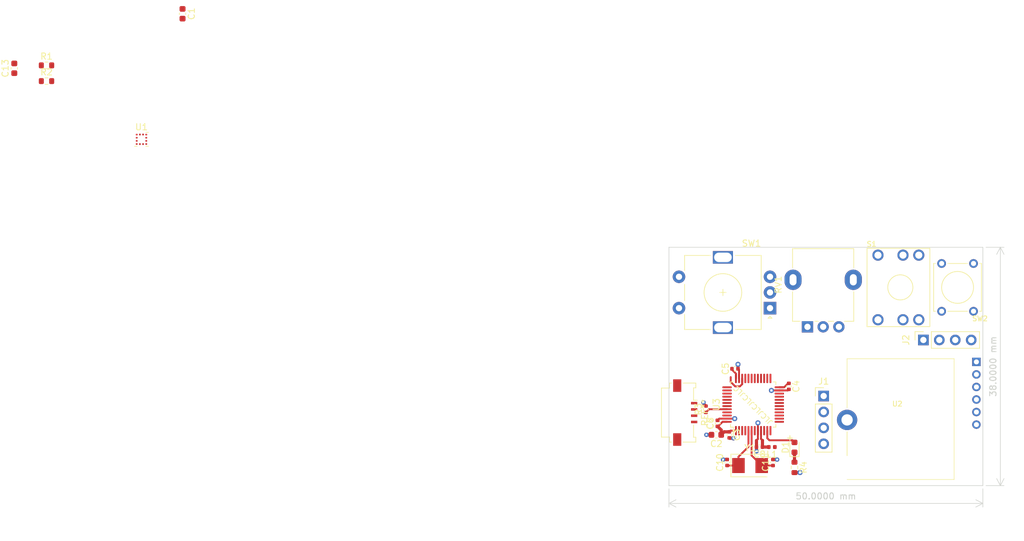
<source format=kicad_pcb>
(kicad_pcb (version 20221018) (generator pcbnew)
  (layers (0 "F.Cu" signal) (1 "In1.Cu" power "GND") (2 "In2.Cu" power "3.3V") (31 "B.Cu" signal) (34 "B.Paste" user) (35 "F.Paste" user) (36 "B.SilkS" user "B.Silkscreen") (37 "F.SilkS" user "F.Silkscreen") (38 "B.Mask" user) (39 "F.Mask" user) (44 "Edge.Cuts" user))
  (net 0 "")
  (net 1 "GND")
  (net 2 "/VCC")
  (net 3 "+3.3VA")
  (net 4 "/HSE_OUT")
  (net 5 "/HSE_IN")
  (net 6 "Net-(D1-K)")
  (net 7 "P0.03{slash}AIN1")
  (net 8 "P0.29{slash}AIN5")
  (net 9 "P0.31{slash}AIN7")
  (net 10 "P0.28{slash}AIN4")
  (net 11 "P0.30{slash}AIN6")
  (net 12 "P0.04{slash}AIN2")
  (net 13 "P0.05{slash}AIN3")
  (net 14 "P0.06")
  (net 15 "P0.07")
  (net 16 "/LED_STAT")
  (net 17 "/SWDIO")
  (net 18 "+3.3V")
  (net 19 "/SWCLK")
  (net 20 "/BOOT0")
  (net 21 "P0.02{slash}AIN0")
  (net 22 "PC13")
  (net 23 "PC14")
  (net 24 "PC15")
  (net 25 "P0.15")
  (net 26 "P0.17")
  (net 27 "PA3")
  (net 28 "PA4")
  (net 29 "P0.23")
  (net 30 "PA5")
  (net 31 "PA6")
  (net 32 "PA7")
  (net 33 "PB0")
  (net 34 "PB1")
  (net 35 "PB2")
  (net 36 "PB10")
  (net 37 "PB11")
  (net 38 "PA8")
  (net 39 "PA9")
  (net 40 "PA10")
  (net 41 "SWO")
  (net 42 "PB4")
  (net 43 "PB5")
  (net 44 "PB6")
  (net 45 "PB7")
  (net 46 "PB8")
  (net 47 "PB9")
  (net 48 "SDA")
  (net 49 "SCL")
  (net 60 "unconnected-(U3-PA1-Pad11)")
  (footprint "Capacitor_SMD:C_0402_1005Metric" (layer "F.Cu") (at 130.32 84.5)
    (fp_text reference "C5" (at -1.505 0.005 90) (layer "F.SilkS"))
    (fp_text value "100n")
    (fp_line (start -0.107836 -0.36) (end 0.107836 -0.36) (stroke (width 0.12)) (layer "F.SilkS"))
    (fp_line (start -0.107836 0.36) (end 0.107836 0.36) (stroke (width 0.12)) (layer "F.SilkS"))
    (pad "1" smd roundrect (at -0.48 0) (size 0.56 0.62) (layers "F.Cu" "F.Paste" "F.Mask") (net 18 "+3.3V"))
    (pad "2" smd roundrect (at 0.48 0) (size 0.56 0.62) (layers "F.Cu" "F.Paste" "F.Mask") (net 1 "GND"))
  )
  (footprint "Button_Switch_THT:SW_Tactile_Straight_KSL0Axx1LFTR" (layer "F.Cu") (at 168.32 67.71 -90)
    (fp_text reference "SW2" (at 8.7909 -1.0286) (layer "F.SilkS") (effects (font (size 0.8 0.8))))
    (fp_text value "Button_0")
    (fp_line (start 0 -1.27) (end 0 -0.97) (stroke (width 0.12)) (layer "F.SilkS"))
    (fp_line (start 0 -1.27) (end 7.62 -1.27) (stroke (width 0.12)) (layer "F.SilkS"))
    (fp_line (start 0 0.97) (end 0 4.11) (stroke (width 0.12)) (layer "F.SilkS"))
    (fp_line (start 0 6.05) (end 0 6.35) (stroke (width 0.12)) (layer "F.SilkS"))
    (fp_line (start 7.62 -1.27) (end 7.62 -0.97) (stroke (width 0.12)) (layer "F.SilkS"))
    (fp_line (start 7.62 0.97) (end 7.62 4.11) (stroke (width 0.12)) (layer "F.SilkS"))
    (fp_line (start 7.62 6.05) (end 7.62 6.35) (stroke (width 0.12)) (layer "F.SilkS"))
    (fp_line (start 7.62 6.35) (end 0 6.35) (stroke (width 0.12)) (layer "F.SilkS"))
    (fp_circle (center 3.81 2.54) (end 3.81 0) (stroke (width 0.12)) (fill none) (layer "F.SilkS"))
    (pad "1" thru_hole circle (at 0 0 270) (size 1.397 1.397) (drill 0.8128) (layers "*.Cu" "*.Mask") (net 1 "GND"))
    (pad "1" thru_hole circle (at 7.62 0 270) (size 1.397 1.397) (drill 0.8128) (layers "*.Cu" "*.Mask") (net 1 "GND"))
    (pad "2" thru_hole circle (at 0 5.08 270) (size 1.397 1.397) (drill 0.8128) (layers "*.Cu" "*.Mask") (net 12 "P0.04{slash}AIN2"))
    (pad "2" thru_hole circle (at 7.62 5.08 270) (size 1.397 1.397) (drill 0.8128) (layers "*.Cu" "*.Mask") (net 12 "P0.04{slash}AIN2"))
  )
  (footprint "Capacitor_SMD:C_0402_1005Metric" (layer "F.Cu") (at 129.075 99.44 90)
    (fp_text reference "C10" (at 0 -1.16 90) (layer "F.SilkS"))
    (fp_text value "30p")
    (fp_line (start -0.107836 -0.36) (end 0.107836 -0.36) (stroke (width 0.12)) (layer "F.SilkS"))
    (fp_line (start -0.107836 0.36) (end 0.107836 0.36) (stroke (width 0.12)) (layer "F.SilkS"))
    (pad "1" smd roundrect (at -0.48 0 90) (size 0.56 0.62) (layers "F.Cu" "F.Paste" "F.Mask") (net 4 "/HSE_OUT"))
    (pad "2" smd roundrect (at 0.48 0 90) (size 0.56 0.62) (layers "F.Cu" "F.Paste" "F.Mask") (net 1 "GND"))
  )
  (footprint "Resistor_SMD:R_0603_1608Metric" (layer "F.Cu") (at 20.65 38.63)
    (fp_text reference "R2" (at 0 -1.43) (layer "F.SilkS"))
    (fp_text value "2k2")
    (fp_line (start -0.237258 -0.5225) (end 0.237258 -0.5225) (stroke (width 0.12)) (layer "F.SilkS"))
    (fp_line (start -0.237258 0.5225) (end 0.237258 0.5225) (stroke (width 0.12)) (layer "F.SilkS"))
    (pad "1" smd roundrect (at -0.825 0) (size 0.8 0.95) (layers "F.Cu" "F.Paste" "F.Mask") (net 18 "+3.3V"))
    (pad "2" smd roundrect (at 0.825 0) (size 0.8 0.95) (layers "F.Cu" "F.Paste" "F.Mask") (net 49 "SCL"))
  )
  (footprint "Capacitor_SMD:C_0402_1005Metric" (layer "F.Cu") (at 127.55 93.2 90)
    (fp_text reference "C6" (at 0 -1.16 90) (layer "F.SilkS"))
    (fp_text value "100n")
    (fp_line (start -0.107836 -0.36) (end 0.107836 -0.36) (stroke (width 0.12)) (layer "F.SilkS"))
    (fp_line (start -0.107836 0.36) (end 0.107836 0.36) (stroke (width 0.12)) (layer "F.SilkS"))
    (pad "1" smd roundrect (at -0.48 0 90) (size 0.56 0.62) (layers "F.Cu" "F.Paste" "F.Mask") (net 18 "+3.3V"))
    (pad "2" smd roundrect (at 0.48 0 90) (size 0.56 0.62) (layers "F.Cu" "F.Paste" "F.Mask") (net 1 "GND"))
  )
  (footprint "Capacitor_SMD:C_0402_1005Metric" (layer "F.Cu") (at 138.9 87.3 -90)
    (fp_text reference "C4" (at 0 -1.16 -270) (layer "F.SilkS"))
    (fp_text value "100n")
    (fp_line (start -0.107836 -0.36) (end 0.107836 -0.36) (stroke (width 0.12)) (layer "F.SilkS"))
    (fp_line (start -0.107836 0.36) (end 0.107836 0.36) (stroke (width 0.12)) (layer "F.SilkS"))
    (pad "1" smd roundrect (at -0.48 0 270) (size 0.56 0.62) (layers "F.Cu" "F.Paste" "F.Mask") (net 18 "+3.3V"))
    (pad "2" smd roundrect (at 0.48 0 270) (size 0.56 0.62) (layers "F.Cu" "F.Paste" "F.Mask") (net 1 "GND"))
  )
  (footprint "Resistor_SMD:R_0603_1608Metric" (layer "F.Cu") (at 20.65 36.12)
    (fp_text reference "R1" (at 0 -1.43) (layer "F.SilkS"))
    (fp_text value "2k2")
    (fp_line (start -0.237258 -0.5225) (end 0.237258 -0.5225) (stroke (width 0.12)) (layer "F.SilkS"))
    (fp_line (start -0.237258 0.5225) (end 0.237258 0.5225) (stroke (width 0.12)) (layer "F.SilkS"))
    (pad "1" smd roundrect (at -0.825 0) (size 0.8 0.95) (layers "F.Cu" "F.Paste" "F.Mask") (net 18 "+3.3V"))
    (pad "2" smd roundrect (at 0.825 0) (size 0.8 0.95) (layers "F.Cu" "F.Paste" "F.Mask") (net 48 "SDA"))
  )
  (footprint "Capacitor_SMD:C_0603_1608Metric" (layer "F.Cu") (at 15.52 36.59 90)
    (fp_text reference "C13" (at 0 -1.43 90) (layer "F.SilkS"))
    (fp_text value "4u7")
    (fp_line (start -0.14058 -0.51) (end 0.14058 -0.51) (stroke (width 0.12)) (layer "F.SilkS"))
    (fp_line (start -0.14058 0.51) (end 0.14058 0.51) (stroke (width 0.12)) (layer "F.SilkS"))
    (pad "1" smd roundrect (at -0.775 0 90) (size 0.9 0.95) (layers "F.Cu" "F.Paste" "F.Mask") (net 18 "+3.3V"))
    (pad "2" smd roundrect (at 0.775 0 90) (size 0.9 0.95) (layers "F.Cu" "F.Paste" "F.Mask") (net 1 "GND"))
  )
  (footprint "Crystal:Crystal_SMD_5032-2Pin_5.0x3.2mm" (layer "F.Cu") (at 132.725 99.925)
    (fp_text reference "Y1" (at 0 -2.8) (layer "F.SilkS"))
    (fp_text value "8MHz")
    (fp_line (start -3.05 -1.8) (end -3.05 1.8) (stroke (width 0.12)) (layer "F.SilkS"))
    (fp_line (start -3.05 1.8) (end 2.7 1.8) (stroke (width 0.12)) (layer "F.SilkS"))
    (fp_line (start 2.7 -1.8) (end -3.05 -1.8) (stroke (width 0.12)) (layer "F.SilkS"))
    (pad "1" smd rect (at -1.85 0) (size 2 2.4) (layers "F.Cu" "F.Paste" "F.Mask") (net 4 "/HSE_OUT"))
    (pad "2" smd rect (at 1.85 0) (size 2 2.4) (layers "F.Cu" "F.Paste" "F.Mask") (net 5 "/HSE_IN"))
  )
  (footprint "Connector_PinHeader_2.54mm:PinHeader_1x04_P2.54mm_Vertical" (layer "F.Cu") (at 144.45 88.84)
    (fp_text reference "J1" (at 0 -2.33) (layer "F.SilkS"))
    (fp_text value "OLED")
    (fp_line (start -1.33 -1.33) (end 0 -1.33) (stroke (width 0.12)) (layer "F.SilkS"))
    (fp_line (start -1.33 0) (end -1.33 -1.33) (stroke (width 0.12)) (layer "F.SilkS"))
    (fp_line (start -1.33 1.27) (end -1.33 8.95) (stroke (width 0.12)) (layer "F.SilkS"))
    (fp_line (start -1.33 1.27) (end 1.33 1.27) (stroke (width 0.12)) (layer "F.SilkS"))
    (fp_line (start -1.33 8.95) (end 1.33 8.95) (stroke (width 0.12)) (layer "F.SilkS"))
    (fp_line (start 1.33 1.27) (end 1.33 8.95) (stroke (width 0.12)) (layer "F.SilkS"))
    (pad "1" thru_hole rect (at 0 0) (size 1.7 1.7) (drill 1) (layers "*.Cu" "*.Mask") (net 1 "GND"))
    (pad "2" thru_hole oval (at 0 2.54) (size 1.7 1.7) (drill 1) (layers "*.Cu" "*.Mask") (net 18 "+3.3V"))
    (pad "3" thru_hole oval (at 0 5.08) (size 1.7 1.7) (drill 1) (layers "*.Cu" "*.Mask") (net 49 "SCL"))
    (pad "4" thru_hole oval (at 0 7.62) (size 1.7 1.7) (drill 1) (layers "*.Cu" "*.Mask") (net 48 "SDA"))
  )
  (footprint "Capacitor_SMD:C_0603_1608Metric" (layer "F.Cu") (at 42.32 27.895 -90)
    (fp_text reference "C1" (at 0 -1.43 90) (layer "F.SilkS"))
    (fp_text value "0.1uF")
    (fp_line (start -0.14058 -0.51) (end 0.14058 -0.51) (stroke (width 0.12)) (layer "F.SilkS"))
    (fp_line (start -0.14058 0.51) (end 0.14058 0.51) (stroke (width 0.12)) (layer "F.SilkS"))
    (pad "1" smd roundrect (at -0.775 0 270) (size 0.9 0.95) (layers "F.Cu" "F.Paste" "F.Mask") (net 2 "/VCC"))
    (pad "2" smd roundrect (at 0.775 0 270) (size 0.9 0.95) (layers "F.Cu" "F.Paste" "F.Mask") (net 1 "GND"))
  )
  (footprint "Capacitor_SMD:C_0603_1608Metric" (layer "F.Cu") (at 127.35 95.025 180)
    (fp_text reference "C2" (at 0 -1.43) (layer "F.SilkS"))
    (fp_text value "4u7")
    (fp_line (start -0.14058 -0.51) (end 0.14058 -0.51) (stroke (width 0.12)) (layer "F.SilkS"))
    (fp_line (start -0.14058 0.51) (end 0.14058 0.51) (stroke (width 0.12)) (layer "F.SilkS"))
    (pad "1" smd roundrect (at -0.775 0 180) (size 0.9 0.95) (layers "F.Cu" "F.Paste" "F.Mask") (net 18 "+3.3V"))
    (pad "2" smd roundrect (at 0.775 0 180) (size 0.9 0.95) (layers "F.Cu" "F.Paste" "F.Mask") (net 1 "GND"))
  )
  (footprint "Capacitor_SMD:C_0402_1005Metric" (layer "F.Cu") (at 134.22 96.975 180)
    (fp_text reference "C8" (at 0 -1.16) (layer "F.SilkS"))
    (fp_text value "100n")
    (fp_line (start -0.107836 -0.36) (end 0.107836 -0.36) (stroke (width 0.12)) (layer "F.SilkS"))
    (fp_line (start -0.107836 0.36) (end 0.107836 0.36) (stroke (width 0.12)) (layer "F.SilkS"))
    (pad "1" smd roundrect (at -0.48 0 180) (size 0.56 0.62) (layers "F.Cu" "F.Paste" "F.Mask") (net 3 "+3.3VA"))
    (pad "2" smd roundrect (at 0.48 0 180) (size 0.56 0.62) (layers "F.Cu" "F.Paste" "F.Mask") (net 1 "GND"))
  )
  (footprint "Capacitor_SMD:C_0402_1005Metric" (layer "F.Cu") (at 127.55 93.2 90)
    (fp_text reference "C7" (at 0 -1.16 90) (layer "F.SilkS"))
    (fp_text value "1u")
    (fp_line (start -0.107836 -0.36) (end 0.107836 -0.36) (stroke (width 0.12)) (layer "F.SilkS"))
    (fp_line (start -0.107836 0.36) (end 0.107836 0.36) (stroke (width 0.12)) (layer "F.SilkS"))
    (pad "1" smd roundrect (at -0.48 0 90) (size 0.56 0.62) (layers "F.Cu" "F.Paste" "F.Mask") (net 3 "+3.3VA"))
    (pad "2" smd roundrect (at 0.48 0 90) (size 0.56 0.62) (layers "F.Cu" "F.Paste" "F.Mask") (net 1 "GND"))
  )
  (footprint "Resistor_SMD:R_0402_1005Metric" (layer "F.Cu") (at 125.675 90.95 90)
    (fp_text reference "R3" (at 0 -1.17 90) (layer "F.SilkS"))
    (fp_text value "10k")
    (fp_line (start -0.153641 -0.38) (end 0.153641 -0.38) (stroke (width 0.12)) (layer "F.SilkS"))
    (fp_line (start -0.153641 0.38) (end 0.153641 0.38) (stroke (width 0.12)) (layer "F.SilkS"))
    (pad "1" smd roundrect (at -0.51 0 90) (size 0.54 0.64) (layers "F.Cu" "F.Paste" "F.Mask") (net 20 "/BOOT0"))
    (pad "2" smd roundrect (at 0.51 0 90) (size 0.54 0.64) (layers "F.Cu" "F.Paste" "F.Mask") (net 1 "GND"))
  )
  (footprint "Potentiometer_THT:Potentiometer_Alpha_RD901F-40-00D_Single_Vertical" (layer "F.Cu") (at 141.87 77.81 90)
    (fp_text reference "RV1" (at 6.71 -4.64 90) (layer "F.SilkS"))
    (fp_text value "Slider")
    (fp_line (start 0.88 -2.38) (end 5.6 -2.38) (stroke (width 0.12)) (layer "F.SilkS"))
    (fp_line (start 0.88 -1.19) (end 0.88 -2.37) (stroke (width 0.12)) (layer "F.SilkS"))
    (fp_line (start 0.88 1.71) (end 0.88 1.18) (stroke (width 0.12)) (layer "F.SilkS"))
    (fp_line (start 0.88 4.16) (end 0.88 3.33) (stroke (width 0.12)) (layer "F.SilkS"))
    (fp_line (start 0.88 7.37) (end 0.88 5.88) (stroke (width 0.12)) (layer "F.SilkS"))
    (fp_line (start 0.88 7.37) (end 5.6 7.37) (stroke (width 0.12)) (layer "F.SilkS"))
    (fp_line (start 9.41 -2.37) (end 12.47 -2.37) (stroke (width 0.12)) (layer "F.SilkS"))
    (fp_line (start 9.41 7.37) (end 12.47 7.37) (stroke (width 0.12)) (layer "F.SilkS"))
    (fp_line (start 12.47 7.37) (end 12.47 -2.37) (stroke (width 0.12)) (layer "F.SilkS"))
    (pad "" thru_hole oval (at 7.5 -2.3 180) (size 2.72 3.24) (drill oval 1.1 1.8) (layers "*.Cu" "*.Mask"))
    (pad "" thru_hole oval (at 7.5 7.3 180) (size 2.72 3.24) (drill oval 1.1 1.8) (layers "*.Cu" "*.Mask"))
    (pad "1" thru_hole rect (at 0 0 180) (size 1.8 1.8) (drill 1) (layers "*.Cu" "*.Mask") (net 18 "+3.3V"))
    (pad "2" thru_hole circle (at 0 2.5 180) (size 1.8 1.8) (drill 1) (layers "*.Cu" "*.Mask") (net 21 "P0.02{slash}AIN0"))
    (pad "3" thru_hole circle (at 0 5 180) (size 1.8 1.8) (drill 1) (layers "*.Cu" "*.Mask") (net 1 "GND"))
  )
  (footprint "Resistor_SMD:R_0603_1608Metric" (layer "F.Cu") (at 139.8 100.225 -90)
    (fp_text reference "R4" (at 0 -1.43 -270) (layer "F.SilkS"))
    (fp_text value "1k5")
    (fp_line (start -0.237258 -0.5225) (end 0.237258 -0.5225) (stroke (width 0.12)) (layer "F.SilkS"))
    (fp_line (start -0.237258 0.5225) (end 0.237258 0.5225) (stroke (width 0.12)) (layer "F.SilkS"))
    (pad "1" smd roundrect (at -0.825 0 270) (size 0.8 0.95) (layers "F.Cu" "F.Paste" "F.Mask") (net 6 "Net-(D1-K)"))
    (pad "2" smd roundrect (at 0.825 0 270) (size 0.8 0.95) (layers "F.Cu" "F.Paste" "F.Mask") (net 1 "GND"))
  )
  (footprint "Inductor_SMD:L_0402_1005Metric" (layer "F.Cu") (at 136.185 96.975 180)
    (fp_text reference "L1" (at 0 -1.17) (layer "F.SilkS"))
    (fp_text value "27n")
    (pad "1" smd roundrect (at -0.485 0 180) (size 0.59 0.64) (layers "F.Cu" "F.Paste" "F.Mask") (net 18 "+3.3V"))
    (pad "2" smd roundrect (at 0.485 0 180) (size 0.59 0.64) (layers "F.Cu" "F.Paste" "F.Mask") (net 3 "+3.3VA"))
  )
  (footprint "Connector_FFC-FPC:Molex_200528-0040_1x04-1MP_P1.00mm_Horizontal" (layer "F.Cu") (at 122.91 91.48 -90)
    (fp_text reference "REF**" (at 0 -2.61 -270) (layer "F.SilkS"))
    (fp_text value "Molex_200528-0040_1x04-1MP_P1.00mm_Horizontal")
    (fp_line (start -4.71 -1.17) (end -4.71 0.88) (stroke (width 0.12)) (layer "F.SilkS"))
    (fp_line (start -4.71 2.7) (end -4.71 3) (stroke (width 0.12)) (layer "F.SilkS"))
    (fp_line (start -4.71 3) (end -3.91 3) (stroke (width 0.12)) (layer "F.SilkS"))
    (fp_line (start -3.94 -1.17) (end -4.71 -1.17) (stroke (width 0.12)) (layer "F.SilkS"))
    (fp_line (start -3.94 -0.82) (end -3.94 -1.17) (stroke (width 0.12)) (layer "F.SilkS"))
    (fp_line (start -3.91 3) (end -3.91 4.3) (stroke (width 0.12)) (layer "F.SilkS"))
    (fp_line (start -3.91 4.3) (end 3.91 4.3) (stroke (width 0.12)) (layer "F.SilkS"))
    (fp_line (start -1.96 -1.41) (end -1.96 -0.82) (stroke (width 0.12)) (layer "F.SilkS"))
    (fp_line (start -1.96 -0.82) (end -3.94 -0.82) (stroke (width 0.12)) (layer "F.SilkS"))
    (fp_line (start 3.91 3) (end 4.71 3) (stroke (width 0.12)) (layer "F.SilkS"))
    (fp_line (start 3.91 4.3) (end 3.91 3) (stroke (width 0.12)) (layer "F.SilkS"))
    (fp_line (start 3.94 -1.17) (end 3.94 -0.82) (stroke (width 0.12)) (layer "F.SilkS"))
    (fp_line (start 3.94 -0.82) (end 1.96 -0.82) (stroke (width 0.12)) (layer "F.SilkS"))
    (fp_line (start 4.71 -1.17) (end 3.94 -1.17) (stroke (width 0.12)) (layer "F.SilkS"))
    (fp_line (start 4.71 0.88) (end 4.71 -1.17) (stroke (width 0.12)) (layer "F.SilkS"))
    (fp_line (start 4.71 3) (end 4.71 2.7) (stroke (width 0.12)) (layer "F.SilkS"))
    (pad "1" smd rect (at -1.5 -0.91 270) (size 0.4 1) (layers "F.Cu" "F.Paste" "F.Mask"))
    (pad "2" smd rect (at -0.5 -0.91 270) (size 0.4 1) (layers "F.Cu" "F.Paste" "F.Mask"))
    (pad "3" smd rect (at 0.5 -0.91 270) (size 0.4 1) (layers "F.Cu" "F.Paste" "F.Mask"))
    (pad "4" smd rect (at 1.5 -0.91 270) (size 0.4 1) (layers "F.Cu" "F.Paste" "F.Mask"))
    (pad "MP" smd rect (at -4.3 1.79 270) (size 2 1.3) (layers "F.Cu" "F.Paste" "F.Mask"))
    (pad "MP" smd rect (at 4.3 1.79 270) (size 2 1.3) (layers "F.Cu" "F.Paste" "F.Mask"))
  )
  (footprint "Capacitor_SMD:C_0402_1005Metric" (layer "F.Cu") (at 136.375 99.445 90)
    (fp_text reference "C11" (at 0 -1.16 90) (layer "F.SilkS"))
    (fp_text value "30p")
    (fp_line (start -0.107836 -0.36) (end 0.107836 -0.36) (stroke (width 0.12)) (layer "F.SilkS"))
    (fp_line (start -0.107836 0.36) (end 0.107836 0.36) (stroke (width 0.12)) (layer "F.SilkS"))
    (pad "1" smd roundrect (at -0.48 0 90) (size 0.56 0.62) (layers "F.Cu" "F.Paste" "F.Mask") (net 5 "/HSE_IN"))
    (pad "2" smd roundrect (at 0.48 0 90) (size 0.56 0.62) (layers "F.Cu" "F.Paste" "F.Mask") (net 1 "GND"))
  )
  (footprint "Button_Switch_THT:SKQUCAA010" (layer "F.Cu") (at 156.635 71.52 90)
    (fp_text reference "S1" (at 6.8975 -4.554 unlocked) (layer "F.SilkS") (effects (font (size 0.8 0.8))))
    (fp_text value "5WAY_0")
    (fp_line (start -6.25 4.725) (end -6.25 -5.275) (stroke (width 0.12)) (layer "F.SilkS"))
    (fp_line (start -6.25 4.725) (end 6.225 4.725) (stroke (width 0.12)) (layer "F.SilkS"))
    (fp_line (start 6.225 -5.275) (end -6.25 -5.275) (stroke (width 0.12)) (layer "F.SilkS"))
    (fp_line (start 6.225 4.725) (end 6.225 -5.275) (stroke (width 0.12)) (layer "F.SilkS"))
    (fp_circle (center 0 0.025) (end 0 2.025) (stroke (width 0.12)) (fill none) (layer "F.SilkS"))
    (pad "1" thru_hole circle (at -5.16 -3.535 180) (size 1.778 1.778) (drill 1.143) (layers "*.Cu" "*.Mask") (net 13 "P0.05{slash}AIN3"))
    (pad "2" thru_hole circle (at -5.16 0.45 180) (size 1.778 1.778) (drill 1.143) (layers "*.Cu" "*.Mask") (net 14 "P0.06"))
    (pad "3" thru_hole circle (at -5.16 2.965 180) (size 1.778 1.778) (drill 1.143) (layers "*.Cu" "*.Mask") (net 15 "P0.07"))
    (pad "4" thru_hole circle (at 5.14 2.965 180) (size 1.778 1.778) (drill 1.143) (layers "*.Cu" "*.Mask") (net 1 "GND"))
    (pad "5" thru_hole circle (at 5.14 0.45 180) (size 1.778 1.778) (drill 1.143) (layers "*.Cu" "*.Mask") (net 10 "P0.28{slash}AIN4"))
    (pad "6" thru_hole circle (at 5.14 -3.535 180) (size 1.778 1.778) (drill 1.143) (layers "*.Cu" "*.Mask") (net 11 "P0.30{slash}AIN6"))
  )
  (footprint "Connector_PinSocket_2.54mm:PinSocket_1x04_P2.54mm_Vertical" (layer "F.Cu") (at 160.33 79.905 90)
    (fp_text reference "J2" (at 0 -2.77 90) (layer "F.SilkS"))
    (fp_text value "JLINK")
    (fp_line (start -1.33 1.27) (end -1.33 8.95) (stroke (width 0.12)) (layer "F.SilkS"))
    (fp_line (start -1.33 1.27) (end 1.33 1.27) (stroke (width 0.12)) (layer "F.SilkS"))
    (fp_line (start -1.33 8.95) (end 1.33 8.95) (stroke (width 0.12)) (layer "F.SilkS"))
    (fp_line (start 0 -1.33) (end 1.33 -1.33) (stroke (width 0.12)) (layer "F.SilkS"))
    (fp_line (start 1.33 -1.33) (end 1.33 0) (stroke (width 0.12)) (layer "F.SilkS"))
    (fp_line (start 1.33 1.27) (end 1.33 8.95) (stroke (width 0.12)) (layer "F.SilkS"))
    (pad "1" thru_hole rect (at 0 0 90) (size 1.7 1.7) (drill 1) (layers "*.Cu" "*.Mask") (net 2 "/VCC"))
    (pad "2" thru_hole oval (at 0 2.54 90) (size 1.7 1.7) (drill 1) (layers "*.Cu" "*.Mask") (net 17 "/SWDIO"))
    (pad "3" thru_hole oval (at 0 5.08 90) (size 1.7 1.7) (drill 1) (layers "*.Cu" "*.Mask") (net 19 "/SWCLK"))
    (pad "4" thru_hole oval (at 0 7.62 90) (size 1.7 1.7) (drill 1) (layers "*.Cu" "*.Mask") (net 1 "GND"))
  )
  (footprint "Rotary_Encoder:RotaryEncoder_Alps_EC11E-Switch_Vertical_H20mm" (layer "F.Cu") (at 135.9 74.83 180)
    (fp_text reference "SW1" (at 2.95 10.325) (layer "F.SilkS"))
    (fp_text value "RotaryEncoder_Switch")
    (fp_line (start -0.3 -1.6) (end 0.3 -1.6) (stroke (width 0.12)) (layer "F.SilkS"))
    (fp_line (start 0 -1.3) (end -0.3 -1.6) (stroke (width 0.12)) (layer "F.SilkS"))
    (fp_line (start 0.3 -1.6) (end 0 -1.3) (stroke (width 0.12)) (layer "F.SilkS"))
    (fp_line (start 1.4 -3.4) (end 1.4 8.4) (stroke (width 0.12)) (layer "F.SilkS"))
    (fp_line (start 5.5 -3.4) (end 1.4 -3.4) (stroke (width 0.12)) (layer "F.SilkS"))
    (fp_line (start 5.5 8.4) (end 1.4 8.4) (stroke (width 0.12)) (layer "F.SilkS"))
    (fp_line (start 7 2.5) (end 8 2.5) (stroke (width 0.12)) (layer "F.SilkS"))
    (fp_line (start 7.5 2) (end 7.5 3) (stroke (width 0.12)) (layer "F.SilkS"))
    (fp_line (start 9.5 -3.4) (end 13.6 -3.4) (stroke (width 0.12)) (layer "F.SilkS"))
    (fp_line (start 13.6 -3.4) (end 13.6 -1) (stroke (width 0.12)) (layer "F.SilkS"))
    (fp_line (start 13.6 1.2) (end 13.6 3.8) (stroke (width 0.12)) (layer "F.SilkS"))
    (fp_line (start 13.6 6) (end 13.6 8.4) (stroke (width 0.12)) (layer "F.SilkS"))
    (fp_line (start 13.6 8.4) (end 9.5 8.4) (stroke (width 0.12)) (layer "F.SilkS"))
    (fp_circle (center 7.5 2.5) (end 10.5 2.5) (stroke (width 0.12)) (fill none) (layer "F.SilkS"))
    (pad "A" thru_hole rect (at 0 0 180) (size 2 2) (drill 1) (layers "*.Cu" "*.Mask") (net 25 "P0.15"))
    (pad "B" thru_hole circle (at 0 5 180) (size 2 2) (drill 1) (layers "*.Cu" "*.Mask") (net 26 "P0.17"))
    (pad "C" thru_hole circle (at 0 2.5 180) (size 2 2) (drill 1) (layers "*.Cu" "*.Mask") (net 1 "GND"))
    (pad "MP" thru_hole rect (at 7.5 -3.1 180) (size 3.2 2) (drill oval 2.8 1.5) (layers "*.Cu" "*.Mask"))
    (pad "MP" thru_hole rect (at 7.5 8.1 180) (size 3.2 2) (drill oval 2.8 1.5) (layers "*.Cu" "*.Mask"))
    (pad "S1" thru_hole circle (at 14.5 5 180) (size 2 2) (drill 1) (layers "*.Cu" "*.Mask") (net 9 "P0.31{slash}AIN7"))
    (pad "S2" thru_hole circle (at 14.5 0 180) (size 2 2) (drill 1) (layers "*.Cu" "*.Mask") (net 1 "GND"))
  )
  (footprint "Package_LGA:Kionix_LGA-12_2x2mm_P0.5mm_LayoutBorder2x4y" (layer "F.Cu") (at 35.78 47.91)
    (fp_text reference "U1" (at 0 -1.95) (layer "F.SilkS"))
    (fp_text value "MXC6655XA")
    (fp_line (start -0.685 1.11) (end -1.11 1.11) (stroke (width 0.12)) (layer "F.SilkS"))
    (fp_line (start 0.685 -1.11) (end 1.11 -1.11) (stroke (width 0.12)) (layer "F.SilkS"))
    (fp_line (start 0.685 1.11) (end 1.11 1.11) (stroke (width 0.12)) (layer "F.SilkS"))
    (pad "1" smd rect (at -0.7625 -0.75) (size 0.275 0.25) (layers "F.Cu" "F.Paste" "F.Mask"))
    (pad "2" smd rect (at -0.7625 -0.25) (size 0.275 0.25) (layers "F.Cu" "F.Paste" "F.Mask") (net 48 "SDA"))
    (pad "3" smd rect (at -0.7625 0.25) (size 0.275 0.25) (layers "F.Cu" "F.Paste" "F.Mask"))
    (pad "4" smd rect (at -0.7625 0.75) (size 0.275 0.25) (layers "F.Cu" "F.Paste" "F.Mask"))
    (pad "5" smd rect (at -0.25 0.7625) (size 0.25 0.275) (layers "F.Cu" "F.Paste" "F.Mask"))
    (pad "6" smd rect (at 0.25 0.7625) (size 0.25 0.275) (layers "F.Cu" "F.Paste" "F.Mask"))
    (pad "7" smd rect (at 0.7625 0.75) (size 0.275 0.25) (layers "F.Cu" "F.Paste" "F.Mask") (net 18 "+3.3V"))
    (pad "8" smd rect (at 0.7625 0.25) (size 0.275 0.25) (layers "F.Cu" "F.Paste" "F.Mask"))
    (pad "9" smd rect (at 0.7625 -0.25) (size 0.275 0.25) (layers "F.Cu" "F.Paste" "F.Mask") (net 1 "GND"))
    (pad "10" smd rect (at 0.7625 -0.75) (size 0.275 0.25) (layers "F.Cu" "F.Paste" "F.Mask"))
    (pad "11" smd rect (at 0.25 -0.7625) (size 0.25 0.275) (layers "F.Cu" "F.Paste" "F.Mask"))
    (pad "12" smd rect (at -0.25 -0.7625) (size 0.25 0.275) (layers "F.Cu" "F.Paste" "F.Mask") (net 49 "SCL"))
  )
  (footprint "LED_SMD:LED_0603_1608Metric" (layer "F.Cu") (at 139.8 97.025 90)
    (fp_text reference "D1" (at 0 -1.43 90) (layer "F.SilkS"))
    (fp_text value "BLUE")
    (fp_line (start -1.485 -0.735) (end -1.485 0.735) (stroke (width 0.12)) (layer "F.SilkS"))
    (fp_line (start -1.485 0.735) (end 0.8 0.735) (stroke (width 0.12)) (layer "F.SilkS"))
    (fp_line (start 0.8 -0.735) (end -1.485 -0.735) (stroke (width 0.12)) (layer "F.SilkS"))
    (pad "1" smd roundrect (at -0.7875 0 90) (size 0.875 0.95) (layers "F.Cu" "F.Paste" "F.Mask") (net 6 "Net-(D1-K)"))
    (pad "2" smd roundrect (at 0.7875 0 90) (size 0.875 0.95) (layers "F.Cu" "F.Paste" "F.Mask") (net 16 "/LED_STAT"))
  )
  (footprint "Package_QFP:LQFP-48_7x7mm_P0.5mm" (layer "F.Cu") (at 133.22 90.2 90)
    (fp_text reference "U3" (at 0 -5.85 90) (layer "F.SilkS"))
    (fp_text value "STM32F103C8T6")
    (fp_line (start -3.61 -3.61) (end -3.61 -3.16) (stroke (width 0.12)) (layer "F.SilkS"))
    (fp_line (start -3.61 -3.16) (end -4.9 -3.16) (stroke (width 0.12)) (layer "F.SilkS"))
    (fp_line (start -3.61 3.61) (end -3.61 3.16) (stroke (width 0.12)) (layer "F.SilkS"))
    (fp_line (start -3.16 -3.61) (end -3.61 -3.61) (stroke (width 0.12)) (layer "F.SilkS"))
    (fp_line (start -3.16 3.61) (end -3.61 3.61) (stroke (width 0.12)) (layer "F.SilkS"))
    (fp_line (start 3.16 -3.61) (end 3.61 -3.61) (stroke (width 0.12)) (layer "F.SilkS"))
    (fp_line (start 3.16 3.61) (end 3.61 3.61) (stroke (width 0.12)) (layer "F.SilkS"))
    (fp_line (start 3.61 -3.61) (end 3.61 -3.16) (stroke (width 0.12)) (layer "F.SilkS"))
    (fp_line (start 3.61 3.61) (end 3.61 3.16) (stroke (width 0.12)) (layer "F.SilkS"))
    (pad "1" smd roundrect (at -4.1625 -2.75 90) (size 1.475 0.3) (layers "F.Cu" "F.Paste" "F.Mask") (net 18 "+3.3V"))
    (pad "2" smd roundrect (at -4.1625 -2.25 90) (size 1.475 0.3) (layers "F.Cu" "F.Paste" "F.Mask") (net 22 "PC13"))
    (pad "3" smd roundrect (at -4.1625 -1.75 90) (size 1.475 0.3) (layers "F.Cu" "F.Paste" "F.Mask") (net 23 "PC14"))
    (pad "4" smd roundrect (at -4.1625 -1.25 90) (size 1.475 0.3) (layers "F.Cu" "F.Paste" "F.Mask") (net 24 "PC15"))
    (pad "5" smd roundrect (at -4.1625 -0.75 90) (size 1.475 0.3) (layers "F.Cu" "F.Paste" "F.Mask") (net 4 "/HSE_OUT"))
    (pad "6" smd roundrect (at -4.1625 -0.25 90) (size 1.475 0.3) (layers "F.Cu" "F.Paste" "F.Mask") (net 5 "/HSE_IN"))
    (pad "7" smd roundrect (at -4.1625 0.25 90) (size 1.475 0.3) (layers "F.Cu" "F.Paste" "F.Mask"))
    (pad "8" smd roundrect (at -4.1625 0.75 90) (size 1.475 0.3) (layers "F.Cu" "F.Paste" "F.Mask") (net 1 "GND"))
    (pad "9" smd roundrect (at -4.1625 1.25 90) (size 1.475 0.3) (layers "F.Cu" "F.Paste" "F.Mask") (net 3 "+3.3VA"))
    (pad "10" smd roundrect (at -4.1625 1.75 90) (size 1.475 0.3) (layers "F.Cu" "F.Paste" "F.Mask"))
    (pad "11" smd roundrect (at -4.1625 2.25 90) (size 1.475 0.3) (layers "F.Cu" "F.Paste" "F.Mask") (net 60 "unconnected-(U3-PA1-Pad11)"))
    (pad "12" smd roundrect (at -4.1625 2.75 90) (size 1.475 0.3) (layers "F.Cu" "F.Paste" "F.Mask"))
    (pad "13" smd roundrect (at -2.75 4.1625 90) (size 0.3 1.475) (layers "F.Cu" "F.Paste" "F.Mask") (net 27 "PA3"))
    (pad "14" smd roundrect (at -2.25 4.1625 90) (size 0.3 1.475) (layers "F.Cu" "F.Paste" "F.Mask") (net 28 "PA4"))
    (pad "15" smd roundrect (at -1.75 4.1625 90) (size 0.3 1.475) (layers "F.Cu" "F.Paste" "F.Mask") (net 30 "PA5"))
    (pad "16" smd roundrect (at -1.25 4.1625 90) (size 0.3 1.475) (layers "F.Cu" "F.Paste" "F.Mask") (net 31 "PA6"))
    (pad "17" smd roundrect (at -0.75 4.1625 90) (size 0.3 1.475) (layers "F.Cu" "F.Paste" "F.Mask") (net 32 "PA7"))
    (pad "18" smd roundrect (at -0.25 4.1625 90) (size 0.3 1.475) (layers "F.Cu" "F.Paste" "F.Mask") (net 33 "PB0"))
    (pad "19" smd roundrect (at 0.25 4.1625 90) (size 0.3 1.475) (layers "F.Cu" "F.Paste" "F.Mask") (net 34 "PB1"))
    (pad "20" smd roundrect (at 0.75 4.1625 90) (size 0.3 1.475) (layers "F.Cu" "F.Paste" "F.Mask") (net 35 "PB2"))
    (pad "21" smd roundrect (at 1.25 4.1625 90) (size 0.3 1.475) (layers "F.Cu" "F.Paste" "F.Mask") (net 36 "PB10"))
    (pad "22" smd roundrect (at 1.75 4.1625 90) (size 0.3 1.475) (layers "F.Cu" "F.Paste" "F.Mask") (net 37 "PB11"))
    (pad "23" smd roundrect (at 2.25 4.1625 90) (size 0.3 1.475) (layers "F.Cu" "F.Paste" "F.Mask") (net 1 "GND"))
    (pad "24" smd roundrect (at 2.75 4.1625 90) (size 0.3 1.475) (layers "F.Cu" "F.Paste" "F.Mask") (net 18 "+3.3V"))
    (pad "25" smd roundrect (at 4.1625 2.75 90) (size 1.475 0.3) (layers "F.Cu" "F.Paste" "F.Mask"))
    (pad "26" smd roundrect (at 4.1625 2.25 90) (size 1.475 0.3) (layers "F.Cu" "F.Paste" "F.Mask"))
    (pad "27" smd roundrect (at 4.1625 1.75 90) (size 1.475 0.3) (layers "F.Cu" "F.Paste" "F.Mask"))
    (pad "28" smd roundrect (at 4.1625 1.25 90) (size 1.475 0.3) (layers "F.Cu" "F.Paste" "F.Mask"))
    (pad "29" smd roundrect (at 4.1625 0.75 90) (size 1.475 0.3) (layers "F.Cu" "F.Paste" "F.Mask") (net 38 "PA8"))
    (pad "30" smd roundrect (at 4.1625 0.25 90) (size 1.475 0.3) (layers "F.Cu" "F.Paste" "F.Mask") (net 39 "PA9"))
    (pad "31" smd roundrect (at 4.1625 -0.25 90) (size 1.475 0.3) (layers "F.Cu" "F.Paste" "F.Mask") (net 40 "PA10"))
    (pad "32" smd roundrect (at 4.1625 -0.75 90) (size 1.475 0.3) (layers "F.Cu" "F.Paste" "F.Mask"))
    (pad "33" smd roundrect (at 4.1625 -1.25 90) (size 1.475 0.3) (layers "F.Cu" "F.Paste" "F.Mask"))
    (pad "34" smd roundrect (at 4.1625 -1.75 90) (size 1.475 0.3) (layers "F.Cu" "F.Paste" "F.Mask") (net 16 "/LED_STAT"))
    (pad "35" smd roundrect (at 4.1625 -2.25 90) (size 1.475 0.3) (layers "F.Cu" "F.Paste" "F.Mask") (net 1 "GND"))
    (pad "36" smd roundrect (at 4.1625 -2.75 90) (size 1.475 0.3) (layers "F.Cu" "F.Paste" "F.Mask") (net 18 "+3.3V"))
    (pad "37" smd roundrect (at 2.75 -4.1625 90) (size 0.3 1.475) (layers "F.Cu" "F.Paste" "F.Mask"))
    (pad "38" smd roundrect (at 2.25 -4.1625 90) (size 0.3 1.475) (layers "F.Cu" "F.Paste" "F.Mask"))
    (pad "39" smd roundrect (at 1.75 -4.1625 90) (size 0.3 1.475) (layers "F.Cu" "F.Paste" "F.Mask") (net 41 "SWO"))
    (pad "40" smd roundrect (at 1.25 -4.1625 90) (size 0.3 1.475) (layers "F.Cu" "F.Paste" "F.Mask") (net 42 "PB4"))
    (pad "41" smd roundrect (at 0.75 -4.1625 90) (size 0.3 1.475) (layers "F.Cu" "F.Paste" "F.Mask") (net 43 "PB5"))
    (pad "42" smd roundrect (at 0.25 -4.1625 90) (size 0.3 1.475) (layers "F.Cu" "F.Paste" "F.Mask") (net 44 "PB6"))
    (pad "43" smd roundrect (at -0.25 -4.1625 90) (size 0.3 1.475) (layers "F.Cu" "F.Paste" "F.Mask") (net 45 "PB7"))
    (pad "44" smd roundrect (at -0.75 -4.1625 90) (size 0.3 1.475) (layers "F.Cu" "F.Paste" "F.Mask") (net 20 "/BOOT0"))
    (pad "45" smd roundrect (at -1.25 -4.1625 90) (size 0.3 1.475) (layers "F.Cu" "F.Paste" "F.Mask") (net 46 "PB8"))
    (pad "46" smd roundrect (at -1.75 -4.1625 90) (size 0.3 1.475) (layers "F.Cu" "F.Paste" "F.Mask") (net 47 "PB9"))
    (pad "47" smd roundrect (at -2.25 -4.1625 90) (size 0.3 1.475) (layers "F.Cu" "F.Paste" "F.Mask") (net 1 "GND"))
    (pad "48" smd roundrect (at -2.75 -4.1625 90) (size 0.3 1.475) (layers "F.Cu" "F.Paste" "F.Mask") (net 18 "+3.3V"))
  )
  (footprint "Capacitor_SMD:C_0402_1005Metric" (layer "F.Cu") (at 129.425 95.03 -90)
    (fp_text reference "C3" (at 0 -1.16 -270) (layer "F.SilkS"))
    (fp_text value "100n")
    (fp_line (start -0.107836 -0.36) (end 0.107836 -0.36) (stroke (width 0.12)) (layer "F.SilkS"))
    (fp_line (start -0.107836 0.36) (end 0.107836 0.36) (stroke (width 0.12)) (layer "F.SilkS"))
    (pad "1" smd roundrect (at -0.48 0 270) (size 0.56 0.62) (layers "F.Cu" "F.Paste" "F.Mask") (net 18 "+3.3V"))
    (pad "2" smd roundrect (at 0.48 0 270) (size 0.56 0.62) (layers "F.Cu" "F.Paste" "F.Mask") (net 1 "GND"))
  )
  (footprint "Potentiometer_THT:JP19-012" (layer "F.Cu") (at 156.18 92)
    (fp_text reference "U2" (at 0 -1.9046 unlocked) (layer "F.SilkS") (effects (font (size 0.8 0.8))))
    (fp_text value "JP19-012")
    (fp_line (start -8 -9.1) (end -8 -1.27) (stroke (width 0.1)) (layer "F.SilkS"))
    (fp_line (start -8 6.35) (end -8.001 2.54) (stroke (width 0.12)) (layer "F.SilkS"))
    (fp_line (start 9.05 -9.1) (end -8 -9.1) (stroke (width 0.1)) (layer "F.SilkS"))
    (fp_line (start 9.05 -9.1) (end 9.05 10.15) (stroke (width 0.1)) (layer "F.SilkS"))
    (fp_line (start 9.05 10.15) (end -8 10.15) (stroke (width 0.1)) (layer "F.SilkS"))
    (pad "" thru_hole circle (at -8 0.65 90) (size 3.24 3.24) (drill 1.8) (layers "*.Cu" "*.Mask"))
    (pad "1" thru_hole rect (at 12.6 -8.6) (size 1.35 1.35) (drill 0.8) (layers "*.Cu" "*.Mask") (net 8 "P0.29{slash}AIN5"))
    (pad "2" thru_hole oval (at 12.6 -6.6) (size 1.35 1.35) (drill 0.8) (layers "*.Cu" "*.Mask") (net 1 "GND"))
    (pad "3" thru_hole oval (at 12.6 -4.6) (size 1.35 1.35) (drill 0.8) (layers "*.Cu" "*.Mask") (net 29 "P0.23"))
    (pad "4" thru_hole oval (at 12.6 -2.6) (size 1.35 1.35) (drill 0.8) (layers "*.Cu" "*.Mask") (net 7 "P0.03{slash}AIN1"))
    (pad "5" thru_hole oval (at 12.6 -0.6) (size 1.35 1.35) (drill 0.8) (layers "*.Cu" "*.Mask") (net 1 "GND"))
    (pad "6" thru_hole oval (at 12.6 1.4) (size 1.35 1.35) (drill 0.8) (layers "*.Cu" "*.Mask") (net 18 "+3.3V"))
  )
  (gr_circle (center 130.45 95.4) (end 130.5 95.4) (stroke (width 0.12)) (fill none) (layer "F.SilkS"))
  (gr_line (start 119.8025 103.13) (end 119.8025 65.13) (stroke (width 0.1)) (layer "Edge.Cuts"))
  (gr_line (start 119.8025 65.13) (end 169.8025 65.13) (stroke (width 0.1)) (layer "Edge.Cuts"))
  (gr_line (start 169.8025 103.13) (end 169.8025 65.13) (stroke (width 0.1)) (layer "Edge.Cuts"))
  (gr_line (start 119.8025 103.13) (end 169.8025 103.13) (stroke (width 0.1)) (layer "Edge.Cuts"))
  (gr_text "JLCJLCJLCJLC" (at 133.2 90.3 135) (layer "F.SilkS") (effects (font (size 0.8 0.8) (thickness 0.125))))
  (gr_text "+" (at 139 95.55 90) (layer "F.SilkS") (effects (font (size 1 1))))
  (dimension (type aligned) (layer "Edge.Cuts") (pts (xy 119.8025 103.13) (xy 169.8025 103.13)) (height 2.835) (gr_text "50.0000 mm" (at 144.8025 104.815) (layer "Edge.Cuts") (effects (font (size 1 1) (thickness 0.15)))) (format (prefix "") (suffix "") (units 3) (units_format 1) (precision 4)) (style (thickness 0.1) (arrow_length 1.27) (text_position_mode 0) (extension_height 0.58642) (extension_offset 0.5) keep_text_aligned))
  (dimension (type aligned) (layer "Edge.Cuts") (pts (xy 169.8025 103.13) (xy 169.8025 65.13)) (height 2.79) (gr_text "38.0000 mm" (at 171.4425 84.13 90) (layer "Edge.Cuts") (effects (font (size 1 1) (thickness 0.15)))) (format (prefix "") (suffix "") (units 3) (units_format 1) (precision 4)) (style (thickness 0.1) (arrow_length 1.27) (text_position_mode 0) (extension_height 0.58642) (extension_offset 0.5) keep_text_aligned))
  (segment (start 127.82 92.45) (end 127.55 92.72) (width 0.3) (layer "F.Cu") (net 1))
  (segment (start 133.97 94.3625) (end 133.97 95.7) (width 0.3) (layer "F.Cu") (net 1))
  (segment (start 130.97 86.0375) (end 130.97 84.67) (width 0.3) (layer "F.Cu") (net 1))
  (segment (start 137.3825 87.95) (end 138.73 87.95) (width 0.3) (layer "F.Cu") (net 1))
  (segment (start 129.075 98.96) (end 128.44 98.96) (width 0.5) (layer "F.Cu") (net 1))
  (segment (start 130.075 95.575) (end 129.49 95.575) (width 0.5) (layer "F.Cu") (net 1))
  (segment (start 129.0575 92.45) (end 127.82 92.45) (width 0.3) (layer "F.Cu") (net 1))
  (segment (start 129.49 95.575) (end 129.425 95.51) (width 0.5) (layer "F.Cu") (net 1))
  (segment (start 138.73 87.95) (end 138.9 87.78) (width 0.3) (layer "F.Cu") (net 1))
  (segment (start 128.44 98.96) (end 128.425 98.975) (width 0.5) (layer "F.Cu") (net 1))
  (segment (start 129.0575 92.45) (end 130.275 92.45) (width 0.3) (layer "F.Cu") (net 1))
  (segment (start 139.8 101.05) (end 140.675 101.05) (width 0.5) (layer "F.Cu") (net 1))
  (segment (start 125.3 89.85) (end 125.3 90.065) (width 0.5) (layer "F.Cu") (net 1))
  (segment (start 125.775 95.025) (end 126.575 95.025) (width 0.5) (layer "F.Cu") (net 1))
  (segment (start 133.745 95.925) (end 133.745 97.645) (width 0.5) (layer "F.Cu") (net 1))
  (segment (start 130.8 84.5) (end 130.8 83.79) (width 0.5) (layer "F.Cu") (net 1))
  (segment (start 133.97 95.7) (end 133.745 95.925) (width 0.3) (layer "F.Cu") (net 1))
  (segment (start 137.3825 87.95) (end 136.125 87.95) (width 0.3) (layer "F.Cu") (net 1))
  (segment (start 136.375 98.965) (end 137.015 98.965) (width 0.5) (layer "F.Cu") (net 1))
  (segment (start 130.97 84.67) (end 130.8 84.5) (width 0.3) (layer "F.Cu") (net 1))
  (segment (start 125.3 90.065) (end 125.675 90.44) (width 0.5) (layer "F.Cu") (net 1))
  (segment (start 133.97 94.3625) (end 133.97 93.13) (width 0.3) (layer "F.Cu") (net 1))
  (segment (start 133.745 97.645) (end 133.75 97.65) (width 0.5) (layer "F.Cu") (net 1))
  (segment (start 133.97 93.13) (end 133.975 93.125) (width 0.3) (layer "F.Cu") (net 1))
  (segment (start 137.015 98.965) (end 137.025 98.975) (width 0.5) (layer "F.Cu") (net 1))
  (via (at 130.275 92.45) (size 0.8) (drill 0.4) (layers "F.Cu" "B.Cu") (net 1))
  (via (at 137.025 98.975) (size 0.7) (drill 0.3) (layers "F.Cu" "B.Cu") (net 1))
  (via (at 130.075 95.575) (size 0.7) (drill 0.3) (layers "F.Cu" "B.Cu") (net 1))
  (via (at 140.675 101.05) (size 0.8) (drill 0.4) (layers "F.Cu" "B.Cu") (net 1))
  (via (at 133.75 97.65) (size 0.7) (drill 0.3) (layers "F.Cu" "B.Cu") (net 1))
  (via (at 133.975 93.125) (size 0.8) (drill 0.4) (layers "F.Cu" "B.Cu") (net 1))
  (via (at 125.775 95.025) (size 0.7) (drill 0.3) (layers "F.Cu" "B.Cu") (net 1))
  (via (at 136.125 87.95) (size 0.8) (drill 0.4) (layers "F.Cu" "B.Cu") (net 1))
  (via (at 128.425 98.975) (size 0.7) (drill 0.3) (layers "F.Cu" "B.Cu") (net 1))
  (via (at 125.3 89.85) (size 0.7) (drill 0.3) (layers "F.Cu" "B.Cu") (net 1))
  (via (at 130.8 83.79) (size 0.8) (drill 0.4) (layers "F.Cu" "B.Cu") (net 1))
  (segment (start 134.7 96.975) (end 134.7 95.93) (width 0.5) (layer "F.Cu") (net 3))
  (segment (start 134.7 95.93) (end 134.705 95.925) (width 0.5) (layer "F.Cu") (net 3))
  (segment (start 134.7 96.975) (end 135.7 96.975) (width 0.5) (layer "F.Cu") (net 3))
  (segment (start 134.47 95.69) (end 134.705 95.925) (width 0.3) (layer "F.Cu") (net 3))
  (segment (start 134.47 94.3625) (end 134.47 95.69) (width 0.3) (layer "F.Cu") (net 3))
  (segment (start 129.08 99.925) (end 129.075 99.92) (width 0.3) (layer "F.Cu") (net 4))
  (segment (start 132.47 94.3625) (end 132.47 96.93) (width 0.3) (layer "F.Cu") (net 4))
  (segment (start 130.875 98.525) (end 130.875 99.925) (width 0.3) (layer "F.Cu") (net 4))
  (segment (start 132.47 96.93) (end 130.875 98.525) (width 0.3) (layer "F.Cu") (net 4))
  (segment (start 130.875 99.925) (end 129.08 99.925) (width 0.3) (layer "F.Cu") (net 4))
  (segment (start 134.575 99.925) (end 136.375 99.925) (width 0.3) (layer "F.Cu") (net 5))
  (segment (start 132.97 98.32) (end 134.575 99.925) (width 0.3) (layer "F.Cu") (net 5))
  (segment (start 132.97 94.3625) (end 132.97 98.32) (width 0.3) (layer "F.Cu") (net 5))
  (segment (start 139.8 99.4) (end 139.8 97.8125) (width 0.5) (layer "F.Cu") (net 6))
  (segment (start 131.47 86.94) (end 131.11 87.3) (width 0.3) (layer "F.Cu") (net 16))
  (segment (start 131.11 87.3) (end 130.35 87.3) (width 0.3) (layer "F.Cu") (net 16))
  (segment (start 129.64 86.59) (end 129.64 85.83) (width 0.3) (layer "F.Cu") (net 16))
  (segment (start 131.47 86.0375) (end 131.47 86.94) (width 0.3) (layer "F.Cu") (net 16))
  (segment (start 130.35 87.3) (end 129.64 86.59) (width 0.3) (layer "F.Cu") (net 16))
  (segment (start 129.0575 92.95) (end 128.35 92.95) (width 0.3) (layer "F.Cu") (net 18))
  (segment (start 130.47 85.27) (end 129.84 84.64) (width 0.3) (layer "F.Cu") (net 18))
  (segment (start 129.6125 94.3625) (end 129.425 94.55) (width 0.3) (layer "F.Cu") (net 18))
  (segment (start 127.62 93.68) (end 127.55 93.68) (width 0.3) (layer "F.Cu") (net 18))
  (segment (start 128.125 95.025) (end 128.125 94.255) (width 0.5) (layer "F.Cu") (net 18))
  (segment (start 128.125 94.255) (end 127.55 93.68) (width 0.5) (layer "F.Cu") (net 18))
  (segment (start 128.6 94.55) (end 128.125 95.025) (width 0.5) (layer "F.Cu") (net 18))
  (segment (start 130.47 94.3625) (end 129.6125 94.3625) (width 0.3) (layer "F.Cu") (net 18))
  (segment (start 130.47 86.0375) (end 130.47 85.27) (width 0.3) (layer "F.Cu") (net 18))
  (segment (start 128.35 92.95) (end 127.62 93.68) (width 0.3) (layer "F.Cu") (net 18))
  (segment (start 138.78 86.82) (end 138.9 86.82) (width 0.3) (layer "F.Cu") (net 18))
  (segment (start 138.15 87.45) (end 138.78 86.82) (width 0.3) (layer "F.Cu") (net 18))
  (segment (start 137.3825 87.45) (end 138.15 87.45) (width 0.3) (layer "F.Cu") (net 18))
  (segment (start 129.425 94.55) (end 128.6 94.55) (width 0.5) (layer "F.Cu") (net 18))
  (segment (start 129.84 84.64) (end 129.84 84.5) (width 0.3) (layer "F.Cu") (net 18))
  (segment (start 126.185 90.95) (end 125.675 91.46) (width 0.3) (layer "F.Cu") (net 20))
  (segment (start 129.0575 90.95) (end 126.185 90.95) (width 0.3) (layer "F.Cu") (net 20))
  (segment (start 135.47 94.3625) (end 135.47 95.57) (width 0.3) (layer "F.Cu") (net 60))
  (segment (start 139.4625 95.9) (end 139.8 96.2375) (width 0.3) (layer "F.Cu") (net 60))
  (segment (start 135.8 95.9) (end 139.4625 95.9) (width 0.3) (layer "F.Cu") (net 60))
  (segment (start 135.47 95.57) (end 135.8 95.9) (width 0.3) (layer "F.Cu") (net 60))
)
</source>
